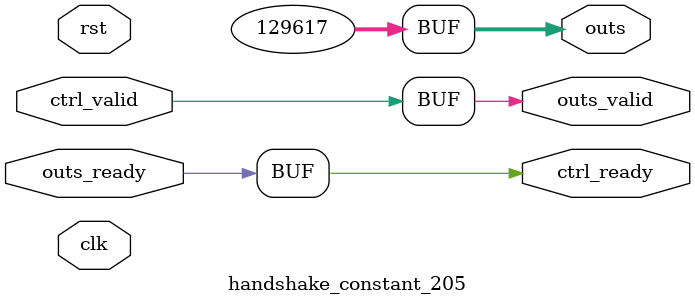
<source format=v>
`timescale 1ns / 1ps
module handshake_constant_205 #(
  parameter DATA_WIDTH = 32  // Default set to 32 bits
) (
  input                       clk,
  input                       rst,
  // Input Channel
  input                       ctrl_valid,
  output                      ctrl_ready,
  // Output Channel
  output [DATA_WIDTH - 1 : 0] outs,
  output                      outs_valid,
  input                       outs_ready
);
  assign outs       = 17'b11111101001010001;
  assign outs_valid = ctrl_valid;
  assign ctrl_ready = outs_ready;

endmodule

</source>
